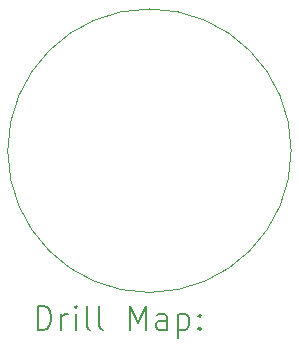
<source format=gbr>
%TF.GenerationSoftware,KiCad,Pcbnew,6.0.7-f9a2dced07~116~ubuntu20.04.1*%
%TF.CreationDate,2022-09-10T14:11:28+02:00*%
%TF.ProjectId,MateLightScrewCap,4d617465-4c69-4676-9874-536372657743,rev?*%
%TF.SameCoordinates,Original*%
%TF.FileFunction,Drillmap*%
%TF.FilePolarity,Positive*%
%FSLAX45Y45*%
G04 Gerber Fmt 4.5, Leading zero omitted, Abs format (unit mm)*
G04 Created by KiCad (PCBNEW 6.0.7-f9a2dced07~116~ubuntu20.04.1) date 2022-09-10 14:11:28*
%MOMM*%
%LPD*%
G01*
G04 APERTURE LIST*
%ADD10C,0.100000*%
%ADD11C,0.200000*%
G04 APERTURE END LIST*
D10*
X1200000Y0D02*
G75*
G03*
X1200000Y0I-1200000J0D01*
G01*
D11*
X-947381Y-1515476D02*
X-947381Y-1315476D01*
X-899762Y-1315476D01*
X-871190Y-1325000D01*
X-852143Y-1344048D01*
X-842619Y-1363095D01*
X-833095Y-1401190D01*
X-833095Y-1429762D01*
X-842619Y-1467857D01*
X-852143Y-1486905D01*
X-871190Y-1505952D01*
X-899762Y-1515476D01*
X-947381Y-1515476D01*
X-747381Y-1515476D02*
X-747381Y-1382143D01*
X-747381Y-1420238D02*
X-737857Y-1401190D01*
X-728333Y-1391667D01*
X-709286Y-1382143D01*
X-690238Y-1382143D01*
X-623571Y-1515476D02*
X-623571Y-1382143D01*
X-623571Y-1315476D02*
X-633095Y-1325000D01*
X-623571Y-1334524D01*
X-614048Y-1325000D01*
X-623571Y-1315476D01*
X-623571Y-1334524D01*
X-499762Y-1515476D02*
X-518809Y-1505952D01*
X-528333Y-1486905D01*
X-528333Y-1315476D01*
X-395000Y-1515476D02*
X-414048Y-1505952D01*
X-423571Y-1486905D01*
X-423571Y-1315476D01*
X-166429Y-1515476D02*
X-166429Y-1315476D01*
X-99762Y-1458333D01*
X-33095Y-1315476D01*
X-33095Y-1515476D01*
X147857Y-1515476D02*
X147857Y-1410714D01*
X138333Y-1391667D01*
X119286Y-1382143D01*
X81190Y-1382143D01*
X62143Y-1391667D01*
X147857Y-1505952D02*
X128809Y-1515476D01*
X81190Y-1515476D01*
X62143Y-1505952D01*
X52619Y-1486905D01*
X52619Y-1467857D01*
X62143Y-1448809D01*
X81190Y-1439286D01*
X128809Y-1439286D01*
X147857Y-1429762D01*
X243095Y-1382143D02*
X243095Y-1582143D01*
X243095Y-1391667D02*
X262143Y-1382143D01*
X300238Y-1382143D01*
X319286Y-1391667D01*
X328810Y-1401190D01*
X338333Y-1420238D01*
X338333Y-1477381D01*
X328810Y-1496428D01*
X319286Y-1505952D01*
X300238Y-1515476D01*
X262143Y-1515476D01*
X243095Y-1505952D01*
X424048Y-1496428D02*
X433571Y-1505952D01*
X424048Y-1515476D01*
X414524Y-1505952D01*
X424048Y-1496428D01*
X424048Y-1515476D01*
X424048Y-1391667D02*
X433571Y-1401190D01*
X424048Y-1410714D01*
X414524Y-1401190D01*
X424048Y-1391667D01*
X424048Y-1410714D01*
M02*

</source>
